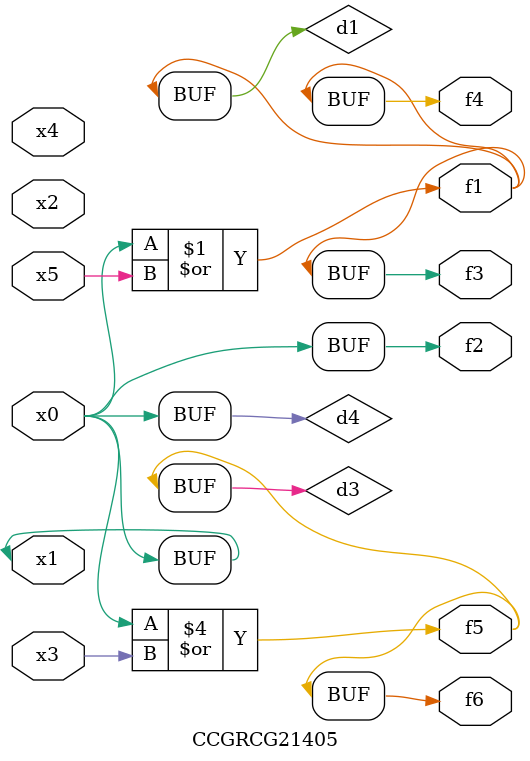
<source format=v>
module CCGRCG21405(
	input x0, x1, x2, x3, x4, x5,
	output f1, f2, f3, f4, f5, f6
);

	wire d1, d2, d3, d4;

	or (d1, x0, x5);
	xnor (d2, x1, x4);
	or (d3, x0, x3);
	buf (d4, x0, x1);
	assign f1 = d1;
	assign f2 = d4;
	assign f3 = d1;
	assign f4 = d1;
	assign f5 = d3;
	assign f6 = d3;
endmodule

</source>
